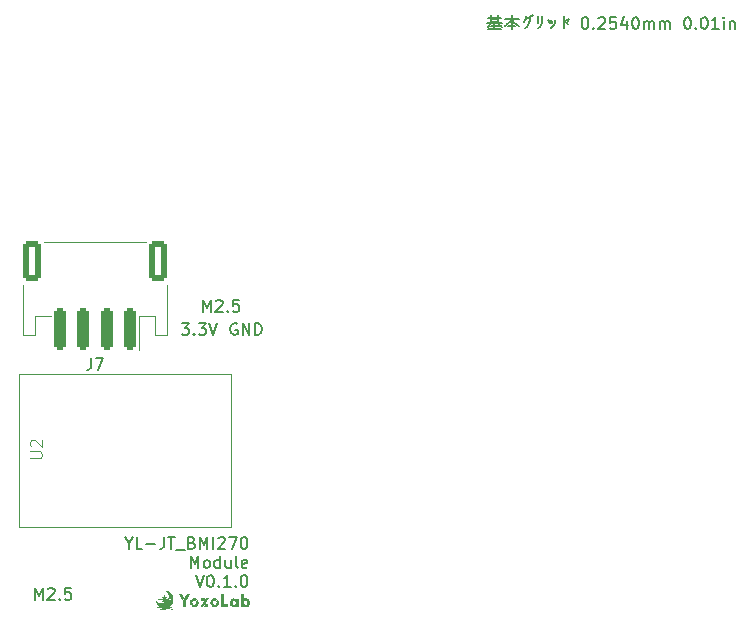
<source format=gbr>
%TF.GenerationSoftware,KiCad,Pcbnew,7.0.8*%
%TF.CreationDate,2024-11-10T19:24:17+09:00*%
%TF.ProjectId,LSM_Module_V0.1.0,4c534d5f-4d6f-4647-956c-655f56302e31,rev?*%
%TF.SameCoordinates,Original*%
%TF.FileFunction,Legend,Top*%
%TF.FilePolarity,Positive*%
%FSLAX46Y46*%
G04 Gerber Fmt 4.6, Leading zero omitted, Abs format (unit mm)*
G04 Created by KiCad (PCBNEW 7.0.8) date 2024-11-10 19:24:17*
%MOMM*%
%LPD*%
G01*
G04 APERTURE LIST*
G04 Aperture macros list*
%AMRoundRect*
0 Rectangle with rounded corners*
0 $1 Rounding radius*
0 $2 $3 $4 $5 $6 $7 $8 $9 X,Y pos of 4 corners*
0 Add a 4 corners polygon primitive as box body*
4,1,4,$2,$3,$4,$5,$6,$7,$8,$9,$2,$3,0*
0 Add four circle primitives for the rounded corners*
1,1,$1+$1,$2,$3*
1,1,$1+$1,$4,$5*
1,1,$1+$1,$6,$7*
1,1,$1+$1,$8,$9*
0 Add four rect primitives between the rounded corners*
20,1,$1+$1,$2,$3,$4,$5,0*
20,1,$1+$1,$4,$5,$6,$7,0*
20,1,$1+$1,$6,$7,$8,$9,0*
20,1,$1+$1,$8,$9,$2,$3,0*%
G04 Aperture macros list end*
%ADD10C,0.150000*%
%ADD11C,0.100000*%
%ADD12C,0.120000*%
%ADD13C,1.700000*%
%ADD14RoundRect,0.250000X0.250000X1.500000X-0.250000X1.500000X-0.250000X-1.500000X0.250000X-1.500000X0*%
%ADD15RoundRect,0.250001X0.499999X1.449999X-0.499999X1.449999X-0.499999X-1.449999X0.499999X-1.449999X0*%
%ADD16C,2.700000*%
%ADD17C,1.524000*%
G04 APERTURE END LIST*
D10*
X10491220Y-26145628D02*
X10491220Y-26621819D01*
X10157887Y-25621819D02*
X10491220Y-26145628D01*
X10491220Y-26145628D02*
X10824553Y-25621819D01*
X11634077Y-26621819D02*
X11157887Y-26621819D01*
X11157887Y-26621819D02*
X11157887Y-25621819D01*
X11967411Y-26240866D02*
X12729316Y-26240866D01*
X13491220Y-25621819D02*
X13491220Y-26336104D01*
X13491220Y-26336104D02*
X13443601Y-26478961D01*
X13443601Y-26478961D02*
X13348363Y-26574200D01*
X13348363Y-26574200D02*
X13205506Y-26621819D01*
X13205506Y-26621819D02*
X13110268Y-26621819D01*
X13824554Y-25621819D02*
X14395982Y-25621819D01*
X14110268Y-26621819D02*
X14110268Y-25621819D01*
X14491221Y-26717057D02*
X15253125Y-26717057D01*
X15824554Y-26098009D02*
X15967411Y-26145628D01*
X15967411Y-26145628D02*
X16015030Y-26193247D01*
X16015030Y-26193247D02*
X16062649Y-26288485D01*
X16062649Y-26288485D02*
X16062649Y-26431342D01*
X16062649Y-26431342D02*
X16015030Y-26526580D01*
X16015030Y-26526580D02*
X15967411Y-26574200D01*
X15967411Y-26574200D02*
X15872173Y-26621819D01*
X15872173Y-26621819D02*
X15491221Y-26621819D01*
X15491221Y-26621819D02*
X15491221Y-25621819D01*
X15491221Y-25621819D02*
X15824554Y-25621819D01*
X15824554Y-25621819D02*
X15919792Y-25669438D01*
X15919792Y-25669438D02*
X15967411Y-25717057D01*
X15967411Y-25717057D02*
X16015030Y-25812295D01*
X16015030Y-25812295D02*
X16015030Y-25907533D01*
X16015030Y-25907533D02*
X15967411Y-26002771D01*
X15967411Y-26002771D02*
X15919792Y-26050390D01*
X15919792Y-26050390D02*
X15824554Y-26098009D01*
X15824554Y-26098009D02*
X15491221Y-26098009D01*
X16491221Y-26621819D02*
X16491221Y-25621819D01*
X16491221Y-25621819D02*
X16824554Y-26336104D01*
X16824554Y-26336104D02*
X17157887Y-25621819D01*
X17157887Y-25621819D02*
X17157887Y-26621819D01*
X17634078Y-26621819D02*
X17634078Y-25621819D01*
X18062649Y-25717057D02*
X18110268Y-25669438D01*
X18110268Y-25669438D02*
X18205506Y-25621819D01*
X18205506Y-25621819D02*
X18443601Y-25621819D01*
X18443601Y-25621819D02*
X18538839Y-25669438D01*
X18538839Y-25669438D02*
X18586458Y-25717057D01*
X18586458Y-25717057D02*
X18634077Y-25812295D01*
X18634077Y-25812295D02*
X18634077Y-25907533D01*
X18634077Y-25907533D02*
X18586458Y-26050390D01*
X18586458Y-26050390D02*
X18015030Y-26621819D01*
X18015030Y-26621819D02*
X18634077Y-26621819D01*
X18967411Y-25621819D02*
X19634077Y-25621819D01*
X19634077Y-25621819D02*
X19205506Y-26621819D01*
X20205506Y-25621819D02*
X20300744Y-25621819D01*
X20300744Y-25621819D02*
X20395982Y-25669438D01*
X20395982Y-25669438D02*
X20443601Y-25717057D01*
X20443601Y-25717057D02*
X20491220Y-25812295D01*
X20491220Y-25812295D02*
X20538839Y-26002771D01*
X20538839Y-26002771D02*
X20538839Y-26240866D01*
X20538839Y-26240866D02*
X20491220Y-26431342D01*
X20491220Y-26431342D02*
X20443601Y-26526580D01*
X20443601Y-26526580D02*
X20395982Y-26574200D01*
X20395982Y-26574200D02*
X20300744Y-26621819D01*
X20300744Y-26621819D02*
X20205506Y-26621819D01*
X20205506Y-26621819D02*
X20110268Y-26574200D01*
X20110268Y-26574200D02*
X20062649Y-26526580D01*
X20062649Y-26526580D02*
X20015030Y-26431342D01*
X20015030Y-26431342D02*
X19967411Y-26240866D01*
X19967411Y-26240866D02*
X19967411Y-26002771D01*
X19967411Y-26002771D02*
X20015030Y-25812295D01*
X20015030Y-25812295D02*
X20062649Y-25717057D01*
X20062649Y-25717057D02*
X20110268Y-25669438D01*
X20110268Y-25669438D02*
X20205506Y-25621819D01*
X15729315Y-28231819D02*
X15729315Y-27231819D01*
X15729315Y-27231819D02*
X16062648Y-27946104D01*
X16062648Y-27946104D02*
X16395981Y-27231819D01*
X16395981Y-27231819D02*
X16395981Y-28231819D01*
X17015029Y-28231819D02*
X16919791Y-28184200D01*
X16919791Y-28184200D02*
X16872172Y-28136580D01*
X16872172Y-28136580D02*
X16824553Y-28041342D01*
X16824553Y-28041342D02*
X16824553Y-27755628D01*
X16824553Y-27755628D02*
X16872172Y-27660390D01*
X16872172Y-27660390D02*
X16919791Y-27612771D01*
X16919791Y-27612771D02*
X17015029Y-27565152D01*
X17015029Y-27565152D02*
X17157886Y-27565152D01*
X17157886Y-27565152D02*
X17253124Y-27612771D01*
X17253124Y-27612771D02*
X17300743Y-27660390D01*
X17300743Y-27660390D02*
X17348362Y-27755628D01*
X17348362Y-27755628D02*
X17348362Y-28041342D01*
X17348362Y-28041342D02*
X17300743Y-28136580D01*
X17300743Y-28136580D02*
X17253124Y-28184200D01*
X17253124Y-28184200D02*
X17157886Y-28231819D01*
X17157886Y-28231819D02*
X17015029Y-28231819D01*
X18205505Y-28231819D02*
X18205505Y-27231819D01*
X18205505Y-28184200D02*
X18110267Y-28231819D01*
X18110267Y-28231819D02*
X17919791Y-28231819D01*
X17919791Y-28231819D02*
X17824553Y-28184200D01*
X17824553Y-28184200D02*
X17776934Y-28136580D01*
X17776934Y-28136580D02*
X17729315Y-28041342D01*
X17729315Y-28041342D02*
X17729315Y-27755628D01*
X17729315Y-27755628D02*
X17776934Y-27660390D01*
X17776934Y-27660390D02*
X17824553Y-27612771D01*
X17824553Y-27612771D02*
X17919791Y-27565152D01*
X17919791Y-27565152D02*
X18110267Y-27565152D01*
X18110267Y-27565152D02*
X18205505Y-27612771D01*
X19110267Y-27565152D02*
X19110267Y-28231819D01*
X18681696Y-27565152D02*
X18681696Y-28088961D01*
X18681696Y-28088961D02*
X18729315Y-28184200D01*
X18729315Y-28184200D02*
X18824553Y-28231819D01*
X18824553Y-28231819D02*
X18967410Y-28231819D01*
X18967410Y-28231819D02*
X19062648Y-28184200D01*
X19062648Y-28184200D02*
X19110267Y-28136580D01*
X19729315Y-28231819D02*
X19634077Y-28184200D01*
X19634077Y-28184200D02*
X19586458Y-28088961D01*
X19586458Y-28088961D02*
X19586458Y-27231819D01*
X20491220Y-28184200D02*
X20395982Y-28231819D01*
X20395982Y-28231819D02*
X20205506Y-28231819D01*
X20205506Y-28231819D02*
X20110268Y-28184200D01*
X20110268Y-28184200D02*
X20062649Y-28088961D01*
X20062649Y-28088961D02*
X20062649Y-27708009D01*
X20062649Y-27708009D02*
X20110268Y-27612771D01*
X20110268Y-27612771D02*
X20205506Y-27565152D01*
X20205506Y-27565152D02*
X20395982Y-27565152D01*
X20395982Y-27565152D02*
X20491220Y-27612771D01*
X20491220Y-27612771D02*
X20538839Y-27708009D01*
X20538839Y-27708009D02*
X20538839Y-27803247D01*
X20538839Y-27803247D02*
X20062649Y-27898485D01*
X16157888Y-28841819D02*
X16491221Y-29841819D01*
X16491221Y-29841819D02*
X16824554Y-28841819D01*
X17348364Y-28841819D02*
X17443602Y-28841819D01*
X17443602Y-28841819D02*
X17538840Y-28889438D01*
X17538840Y-28889438D02*
X17586459Y-28937057D01*
X17586459Y-28937057D02*
X17634078Y-29032295D01*
X17634078Y-29032295D02*
X17681697Y-29222771D01*
X17681697Y-29222771D02*
X17681697Y-29460866D01*
X17681697Y-29460866D02*
X17634078Y-29651342D01*
X17634078Y-29651342D02*
X17586459Y-29746580D01*
X17586459Y-29746580D02*
X17538840Y-29794200D01*
X17538840Y-29794200D02*
X17443602Y-29841819D01*
X17443602Y-29841819D02*
X17348364Y-29841819D01*
X17348364Y-29841819D02*
X17253126Y-29794200D01*
X17253126Y-29794200D02*
X17205507Y-29746580D01*
X17205507Y-29746580D02*
X17157888Y-29651342D01*
X17157888Y-29651342D02*
X17110269Y-29460866D01*
X17110269Y-29460866D02*
X17110269Y-29222771D01*
X17110269Y-29222771D02*
X17157888Y-29032295D01*
X17157888Y-29032295D02*
X17205507Y-28937057D01*
X17205507Y-28937057D02*
X17253126Y-28889438D01*
X17253126Y-28889438D02*
X17348364Y-28841819D01*
X18110269Y-29746580D02*
X18157888Y-29794200D01*
X18157888Y-29794200D02*
X18110269Y-29841819D01*
X18110269Y-29841819D02*
X18062650Y-29794200D01*
X18062650Y-29794200D02*
X18110269Y-29746580D01*
X18110269Y-29746580D02*
X18110269Y-29841819D01*
X19110268Y-29841819D02*
X18538840Y-29841819D01*
X18824554Y-29841819D02*
X18824554Y-28841819D01*
X18824554Y-28841819D02*
X18729316Y-28984676D01*
X18729316Y-28984676D02*
X18634078Y-29079914D01*
X18634078Y-29079914D02*
X18538840Y-29127533D01*
X19538840Y-29746580D02*
X19586459Y-29794200D01*
X19586459Y-29794200D02*
X19538840Y-29841819D01*
X19538840Y-29841819D02*
X19491221Y-29794200D01*
X19491221Y-29794200D02*
X19538840Y-29746580D01*
X19538840Y-29746580D02*
X19538840Y-29841819D01*
X20205506Y-28841819D02*
X20300744Y-28841819D01*
X20300744Y-28841819D02*
X20395982Y-28889438D01*
X20395982Y-28889438D02*
X20443601Y-28937057D01*
X20443601Y-28937057D02*
X20491220Y-29032295D01*
X20491220Y-29032295D02*
X20538839Y-29222771D01*
X20538839Y-29222771D02*
X20538839Y-29460866D01*
X20538839Y-29460866D02*
X20491220Y-29651342D01*
X20491220Y-29651342D02*
X20443601Y-29746580D01*
X20443601Y-29746580D02*
X20395982Y-29794200D01*
X20395982Y-29794200D02*
X20300744Y-29841819D01*
X20300744Y-29841819D02*
X20205506Y-29841819D01*
X20205506Y-29841819D02*
X20110268Y-29794200D01*
X20110268Y-29794200D02*
X20062649Y-29746580D01*
X20062649Y-29746580D02*
X20015030Y-29651342D01*
X20015030Y-29651342D02*
X19967411Y-29460866D01*
X19967411Y-29460866D02*
X19967411Y-29222771D01*
X19967411Y-29222771D02*
X20015030Y-29032295D01*
X20015030Y-29032295D02*
X20062649Y-28937057D01*
X20062649Y-28937057D02*
X20110268Y-28889438D01*
X20110268Y-28889438D02*
X20205506Y-28841819D01*
X40881541Y18354562D02*
X42024398Y18354562D01*
X41167255Y18211705D02*
X41786303Y18211705D01*
X41167255Y18021229D02*
X41786303Y18021229D01*
X40833922Y17878372D02*
X42072017Y17878372D01*
X41119636Y17640277D02*
X41786303Y17640277D01*
X40929160Y17402181D02*
X41976779Y17402181D01*
X41452969Y17783134D02*
X41452969Y17402181D01*
X41167255Y18545039D02*
X41167255Y17878372D01*
X41167255Y17878372D02*
X40929160Y17592658D01*
X41786303Y18545039D02*
X41786303Y17878372D01*
X41786303Y17878372D02*
X41881541Y17687896D01*
X41881541Y17687896D02*
X42119636Y17592658D01*
X42357731Y18211705D02*
X43500588Y18211705D01*
X42643445Y17640277D02*
X43214874Y17640277D01*
X42929159Y18545039D02*
X42929159Y17402181D01*
X42929159Y18211705D02*
X42833921Y18068848D01*
X42833921Y18068848D02*
X42452969Y17687896D01*
X42452969Y17687896D02*
X42310112Y17640277D01*
X42929159Y18211705D02*
X43024397Y18021229D01*
X43024397Y18021229D02*
X43357731Y17735515D01*
X43357731Y17735515D02*
X43548207Y17640277D01*
X44167254Y18497420D02*
X44119635Y18259324D01*
X44119635Y18259324D02*
X44024397Y18116467D01*
X44024397Y18116467D02*
X43929159Y17973610D01*
X44167254Y18354562D02*
X44500587Y18354562D01*
X44500587Y18354562D02*
X44452968Y18116467D01*
X44452968Y18116467D02*
X44405349Y17925991D01*
X44405349Y17925991D02*
X44310111Y17735515D01*
X44310111Y17735515D02*
X44214873Y17592658D01*
X44214873Y17592658D02*
X44024397Y17449800D01*
X44452968Y18497420D02*
X44548206Y18402181D01*
X44595825Y18545039D02*
X44691064Y18449800D01*
X45119635Y18449800D02*
X45119635Y17925991D01*
X45452968Y18449800D02*
X45452968Y18068848D01*
X45452968Y18068848D02*
X45452968Y17878372D01*
X45452968Y17878372D02*
X45357730Y17687896D01*
X45357730Y17687896D02*
X45310111Y17592658D01*
X45310111Y17592658D02*
X45167254Y17449800D01*
X46024397Y18116467D02*
X46119635Y17878372D01*
X46262492Y18164086D02*
X46310111Y17925991D01*
X46548206Y18116467D02*
X46548206Y17878372D01*
X46548206Y17878372D02*
X46500587Y17735515D01*
X46500587Y17735515D02*
X46357730Y17592658D01*
X46357730Y17592658D02*
X46214873Y17497420D01*
X47548206Y18164086D02*
X47643444Y18068848D01*
X47691063Y18211705D02*
X47786301Y18116467D01*
X47357730Y18497420D02*
X47357730Y17449800D01*
X47357730Y18068848D02*
X47643444Y17830753D01*
X49072016Y18402181D02*
X49167254Y18402181D01*
X49167254Y18402181D02*
X49262492Y18354562D01*
X49262492Y18354562D02*
X49310111Y18306943D01*
X49310111Y18306943D02*
X49357730Y18211705D01*
X49357730Y18211705D02*
X49405349Y18021229D01*
X49405349Y18021229D02*
X49405349Y17783134D01*
X49405349Y17783134D02*
X49357730Y17592658D01*
X49357730Y17592658D02*
X49310111Y17497420D01*
X49310111Y17497420D02*
X49262492Y17449800D01*
X49262492Y17449800D02*
X49167254Y17402181D01*
X49167254Y17402181D02*
X49072016Y17402181D01*
X49072016Y17402181D02*
X48976778Y17449800D01*
X48976778Y17449800D02*
X48929159Y17497420D01*
X48929159Y17497420D02*
X48881540Y17592658D01*
X48881540Y17592658D02*
X48833921Y17783134D01*
X48833921Y17783134D02*
X48833921Y18021229D01*
X48833921Y18021229D02*
X48881540Y18211705D01*
X48881540Y18211705D02*
X48929159Y18306943D01*
X48929159Y18306943D02*
X48976778Y18354562D01*
X48976778Y18354562D02*
X49072016Y18402181D01*
X49833921Y17497420D02*
X49881540Y17449800D01*
X49881540Y17449800D02*
X49833921Y17402181D01*
X49833921Y17402181D02*
X49786302Y17449800D01*
X49786302Y17449800D02*
X49833921Y17497420D01*
X49833921Y17497420D02*
X49833921Y17402181D01*
X50262492Y18306943D02*
X50310111Y18354562D01*
X50310111Y18354562D02*
X50405349Y18402181D01*
X50405349Y18402181D02*
X50643444Y18402181D01*
X50643444Y18402181D02*
X50738682Y18354562D01*
X50738682Y18354562D02*
X50786301Y18306943D01*
X50786301Y18306943D02*
X50833920Y18211705D01*
X50833920Y18211705D02*
X50833920Y18116467D01*
X50833920Y18116467D02*
X50786301Y17973610D01*
X50786301Y17973610D02*
X50214873Y17402181D01*
X50214873Y17402181D02*
X50833920Y17402181D01*
X51738682Y18402181D02*
X51262492Y18402181D01*
X51262492Y18402181D02*
X51214873Y17925991D01*
X51214873Y17925991D02*
X51262492Y17973610D01*
X51262492Y17973610D02*
X51357730Y18021229D01*
X51357730Y18021229D02*
X51595825Y18021229D01*
X51595825Y18021229D02*
X51691063Y17973610D01*
X51691063Y17973610D02*
X51738682Y17925991D01*
X51738682Y17925991D02*
X51786301Y17830753D01*
X51786301Y17830753D02*
X51786301Y17592658D01*
X51786301Y17592658D02*
X51738682Y17497420D01*
X51738682Y17497420D02*
X51691063Y17449800D01*
X51691063Y17449800D02*
X51595825Y17402181D01*
X51595825Y17402181D02*
X51357730Y17402181D01*
X51357730Y17402181D02*
X51262492Y17449800D01*
X51262492Y17449800D02*
X51214873Y17497420D01*
X52643444Y18068848D02*
X52643444Y17402181D01*
X52405349Y18449800D02*
X52167254Y17735515D01*
X52167254Y17735515D02*
X52786301Y17735515D01*
X53357730Y18402181D02*
X53452968Y18402181D01*
X53452968Y18402181D02*
X53548206Y18354562D01*
X53548206Y18354562D02*
X53595825Y18306943D01*
X53595825Y18306943D02*
X53643444Y18211705D01*
X53643444Y18211705D02*
X53691063Y18021229D01*
X53691063Y18021229D02*
X53691063Y17783134D01*
X53691063Y17783134D02*
X53643444Y17592658D01*
X53643444Y17592658D02*
X53595825Y17497420D01*
X53595825Y17497420D02*
X53548206Y17449800D01*
X53548206Y17449800D02*
X53452968Y17402181D01*
X53452968Y17402181D02*
X53357730Y17402181D01*
X53357730Y17402181D02*
X53262492Y17449800D01*
X53262492Y17449800D02*
X53214873Y17497420D01*
X53214873Y17497420D02*
X53167254Y17592658D01*
X53167254Y17592658D02*
X53119635Y17783134D01*
X53119635Y17783134D02*
X53119635Y18021229D01*
X53119635Y18021229D02*
X53167254Y18211705D01*
X53167254Y18211705D02*
X53214873Y18306943D01*
X53214873Y18306943D02*
X53262492Y18354562D01*
X53262492Y18354562D02*
X53357730Y18402181D01*
X54119635Y17402181D02*
X54119635Y18068848D01*
X54119635Y17973610D02*
X54167254Y18021229D01*
X54167254Y18021229D02*
X54262492Y18068848D01*
X54262492Y18068848D02*
X54405349Y18068848D01*
X54405349Y18068848D02*
X54500587Y18021229D01*
X54500587Y18021229D02*
X54548206Y17925991D01*
X54548206Y17925991D02*
X54548206Y17402181D01*
X54548206Y17925991D02*
X54595825Y18021229D01*
X54595825Y18021229D02*
X54691063Y18068848D01*
X54691063Y18068848D02*
X54833920Y18068848D01*
X54833920Y18068848D02*
X54929159Y18021229D01*
X54929159Y18021229D02*
X54976778Y17925991D01*
X54976778Y17925991D02*
X54976778Y17402181D01*
X55452968Y17402181D02*
X55452968Y18068848D01*
X55452968Y17973610D02*
X55500587Y18021229D01*
X55500587Y18021229D02*
X55595825Y18068848D01*
X55595825Y18068848D02*
X55738682Y18068848D01*
X55738682Y18068848D02*
X55833920Y18021229D01*
X55833920Y18021229D02*
X55881539Y17925991D01*
X55881539Y17925991D02*
X55881539Y17402181D01*
X55881539Y17925991D02*
X55929158Y18021229D01*
X55929158Y18021229D02*
X56024396Y18068848D01*
X56024396Y18068848D02*
X56167253Y18068848D01*
X56167253Y18068848D02*
X56262492Y18021229D01*
X56262492Y18021229D02*
X56310111Y17925991D01*
X56310111Y17925991D02*
X56310111Y17402181D01*
X57738682Y18402181D02*
X57833920Y18402181D01*
X57833920Y18402181D02*
X57929158Y18354562D01*
X57929158Y18354562D02*
X57976777Y18306943D01*
X57976777Y18306943D02*
X58024396Y18211705D01*
X58024396Y18211705D02*
X58072015Y18021229D01*
X58072015Y18021229D02*
X58072015Y17783134D01*
X58072015Y17783134D02*
X58024396Y17592658D01*
X58024396Y17592658D02*
X57976777Y17497420D01*
X57976777Y17497420D02*
X57929158Y17449800D01*
X57929158Y17449800D02*
X57833920Y17402181D01*
X57833920Y17402181D02*
X57738682Y17402181D01*
X57738682Y17402181D02*
X57643444Y17449800D01*
X57643444Y17449800D02*
X57595825Y17497420D01*
X57595825Y17497420D02*
X57548206Y17592658D01*
X57548206Y17592658D02*
X57500587Y17783134D01*
X57500587Y17783134D02*
X57500587Y18021229D01*
X57500587Y18021229D02*
X57548206Y18211705D01*
X57548206Y18211705D02*
X57595825Y18306943D01*
X57595825Y18306943D02*
X57643444Y18354562D01*
X57643444Y18354562D02*
X57738682Y18402181D01*
X58500587Y17497420D02*
X58548206Y17449800D01*
X58548206Y17449800D02*
X58500587Y17402181D01*
X58500587Y17402181D02*
X58452968Y17449800D01*
X58452968Y17449800D02*
X58500587Y17497420D01*
X58500587Y17497420D02*
X58500587Y17402181D01*
X59167253Y18402181D02*
X59262491Y18402181D01*
X59262491Y18402181D02*
X59357729Y18354562D01*
X59357729Y18354562D02*
X59405348Y18306943D01*
X59405348Y18306943D02*
X59452967Y18211705D01*
X59452967Y18211705D02*
X59500586Y18021229D01*
X59500586Y18021229D02*
X59500586Y17783134D01*
X59500586Y17783134D02*
X59452967Y17592658D01*
X59452967Y17592658D02*
X59405348Y17497420D01*
X59405348Y17497420D02*
X59357729Y17449800D01*
X59357729Y17449800D02*
X59262491Y17402181D01*
X59262491Y17402181D02*
X59167253Y17402181D01*
X59167253Y17402181D02*
X59072015Y17449800D01*
X59072015Y17449800D02*
X59024396Y17497420D01*
X59024396Y17497420D02*
X58976777Y17592658D01*
X58976777Y17592658D02*
X58929158Y17783134D01*
X58929158Y17783134D02*
X58929158Y18021229D01*
X58929158Y18021229D02*
X58976777Y18211705D01*
X58976777Y18211705D02*
X59024396Y18306943D01*
X59024396Y18306943D02*
X59072015Y18354562D01*
X59072015Y18354562D02*
X59167253Y18402181D01*
X60452967Y17402181D02*
X59881539Y17402181D01*
X60167253Y17402181D02*
X60167253Y18402181D01*
X60167253Y18402181D02*
X60072015Y18259324D01*
X60072015Y18259324D02*
X59976777Y18164086D01*
X59976777Y18164086D02*
X59881539Y18116467D01*
X60881539Y17402181D02*
X60881539Y18068848D01*
X60881539Y18402181D02*
X60833920Y18354562D01*
X60833920Y18354562D02*
X60881539Y18306943D01*
X60881539Y18306943D02*
X60929158Y18354562D01*
X60929158Y18354562D02*
X60881539Y18402181D01*
X60881539Y18402181D02*
X60881539Y18306943D01*
X61357729Y18068848D02*
X61357729Y17402181D01*
X61357729Y17973610D02*
X61405348Y18021229D01*
X61405348Y18021229D02*
X61500586Y18068848D01*
X61500586Y18068848D02*
X61643443Y18068848D01*
X61643443Y18068848D02*
X61738681Y18021229D01*
X61738681Y18021229D02*
X61786300Y17925991D01*
X61786300Y17925991D02*
X61786300Y17402181D01*
X14973541Y-7505819D02*
X15592588Y-7505819D01*
X15592588Y-7505819D02*
X15259255Y-7886771D01*
X15259255Y-7886771D02*
X15402112Y-7886771D01*
X15402112Y-7886771D02*
X15497350Y-7934390D01*
X15497350Y-7934390D02*
X15544969Y-7982009D01*
X15544969Y-7982009D02*
X15592588Y-8077247D01*
X15592588Y-8077247D02*
X15592588Y-8315342D01*
X15592588Y-8315342D02*
X15544969Y-8410580D01*
X15544969Y-8410580D02*
X15497350Y-8458200D01*
X15497350Y-8458200D02*
X15402112Y-8505819D01*
X15402112Y-8505819D02*
X15116398Y-8505819D01*
X15116398Y-8505819D02*
X15021160Y-8458200D01*
X15021160Y-8458200D02*
X14973541Y-8410580D01*
X16021160Y-8410580D02*
X16068779Y-8458200D01*
X16068779Y-8458200D02*
X16021160Y-8505819D01*
X16021160Y-8505819D02*
X15973541Y-8458200D01*
X15973541Y-8458200D02*
X16021160Y-8410580D01*
X16021160Y-8410580D02*
X16021160Y-8505819D01*
X16402112Y-7505819D02*
X17021159Y-7505819D01*
X17021159Y-7505819D02*
X16687826Y-7886771D01*
X16687826Y-7886771D02*
X16830683Y-7886771D01*
X16830683Y-7886771D02*
X16925921Y-7934390D01*
X16925921Y-7934390D02*
X16973540Y-7982009D01*
X16973540Y-7982009D02*
X17021159Y-8077247D01*
X17021159Y-8077247D02*
X17021159Y-8315342D01*
X17021159Y-8315342D02*
X16973540Y-8410580D01*
X16973540Y-8410580D02*
X16925921Y-8458200D01*
X16925921Y-8458200D02*
X16830683Y-8505819D01*
X16830683Y-8505819D02*
X16544969Y-8505819D01*
X16544969Y-8505819D02*
X16449731Y-8458200D01*
X16449731Y-8458200D02*
X16402112Y-8410580D01*
X17306874Y-7505819D02*
X17640207Y-8505819D01*
X17640207Y-8505819D02*
X17973540Y-7505819D01*
X19656588Y-7553438D02*
X19561350Y-7505819D01*
X19561350Y-7505819D02*
X19418493Y-7505819D01*
X19418493Y-7505819D02*
X19275636Y-7553438D01*
X19275636Y-7553438D02*
X19180398Y-7648676D01*
X19180398Y-7648676D02*
X19132779Y-7743914D01*
X19132779Y-7743914D02*
X19085160Y-7934390D01*
X19085160Y-7934390D02*
X19085160Y-8077247D01*
X19085160Y-8077247D02*
X19132779Y-8267723D01*
X19132779Y-8267723D02*
X19180398Y-8362961D01*
X19180398Y-8362961D02*
X19275636Y-8458200D01*
X19275636Y-8458200D02*
X19418493Y-8505819D01*
X19418493Y-8505819D02*
X19513731Y-8505819D01*
X19513731Y-8505819D02*
X19656588Y-8458200D01*
X19656588Y-8458200D02*
X19704207Y-8410580D01*
X19704207Y-8410580D02*
X19704207Y-8077247D01*
X19704207Y-8077247D02*
X19513731Y-8077247D01*
X20132779Y-8505819D02*
X20132779Y-7505819D01*
X20132779Y-7505819D02*
X20704207Y-8505819D01*
X20704207Y-8505819D02*
X20704207Y-7505819D01*
X21180398Y-8505819D02*
X21180398Y-7505819D01*
X21180398Y-7505819D02*
X21418493Y-7505819D01*
X21418493Y-7505819D02*
X21561350Y-7553438D01*
X21561350Y-7553438D02*
X21656588Y-7648676D01*
X21656588Y-7648676D02*
X21704207Y-7743914D01*
X21704207Y-7743914D02*
X21751826Y-7934390D01*
X21751826Y-7934390D02*
X21751826Y-8077247D01*
X21751826Y-8077247D02*
X21704207Y-8267723D01*
X21704207Y-8267723D02*
X21656588Y-8362961D01*
X21656588Y-8362961D02*
X21561350Y-8458200D01*
X21561350Y-8458200D02*
X21418493Y-8505819D01*
X21418493Y-8505819D02*
X21180398Y-8505819D01*
X7302666Y-10440819D02*
X7302666Y-11155104D01*
X7302666Y-11155104D02*
X7255047Y-11297961D01*
X7255047Y-11297961D02*
X7159809Y-11393200D01*
X7159809Y-11393200D02*
X7016952Y-11440819D01*
X7016952Y-11440819D02*
X6921714Y-11440819D01*
X7683619Y-10440819D02*
X8350285Y-10440819D01*
X8350285Y-10440819D02*
X7921714Y-11440819D01*
X2540191Y-30934819D02*
X2540191Y-29934819D01*
X2540191Y-29934819D02*
X2873524Y-30649104D01*
X2873524Y-30649104D02*
X3206857Y-29934819D01*
X3206857Y-29934819D02*
X3206857Y-30934819D01*
X3635429Y-30030057D02*
X3683048Y-29982438D01*
X3683048Y-29982438D02*
X3778286Y-29934819D01*
X3778286Y-29934819D02*
X4016381Y-29934819D01*
X4016381Y-29934819D02*
X4111619Y-29982438D01*
X4111619Y-29982438D02*
X4159238Y-30030057D01*
X4159238Y-30030057D02*
X4206857Y-30125295D01*
X4206857Y-30125295D02*
X4206857Y-30220533D01*
X4206857Y-30220533D02*
X4159238Y-30363390D01*
X4159238Y-30363390D02*
X3587810Y-30934819D01*
X3587810Y-30934819D02*
X4206857Y-30934819D01*
X4635429Y-30839580D02*
X4683048Y-30887200D01*
X4683048Y-30887200D02*
X4635429Y-30934819D01*
X4635429Y-30934819D02*
X4587810Y-30887200D01*
X4587810Y-30887200D02*
X4635429Y-30839580D01*
X4635429Y-30839580D02*
X4635429Y-30934819D01*
X5587809Y-29934819D02*
X5111619Y-29934819D01*
X5111619Y-29934819D02*
X5064000Y-30411009D01*
X5064000Y-30411009D02*
X5111619Y-30363390D01*
X5111619Y-30363390D02*
X5206857Y-30315771D01*
X5206857Y-30315771D02*
X5444952Y-30315771D01*
X5444952Y-30315771D02*
X5540190Y-30363390D01*
X5540190Y-30363390D02*
X5587809Y-30411009D01*
X5587809Y-30411009D02*
X5635428Y-30506247D01*
X5635428Y-30506247D02*
X5635428Y-30744342D01*
X5635428Y-30744342D02*
X5587809Y-30839580D01*
X5587809Y-30839580D02*
X5540190Y-30887200D01*
X5540190Y-30887200D02*
X5444952Y-30934819D01*
X5444952Y-30934819D02*
X5206857Y-30934819D01*
X5206857Y-30934819D02*
X5111619Y-30887200D01*
X5111619Y-30887200D02*
X5064000Y-30839580D01*
X16764191Y-6550819D02*
X16764191Y-5550819D01*
X16764191Y-5550819D02*
X17097524Y-6265104D01*
X17097524Y-6265104D02*
X17430857Y-5550819D01*
X17430857Y-5550819D02*
X17430857Y-6550819D01*
X17859429Y-5646057D02*
X17907048Y-5598438D01*
X17907048Y-5598438D02*
X18002286Y-5550819D01*
X18002286Y-5550819D02*
X18240381Y-5550819D01*
X18240381Y-5550819D02*
X18335619Y-5598438D01*
X18335619Y-5598438D02*
X18383238Y-5646057D01*
X18383238Y-5646057D02*
X18430857Y-5741295D01*
X18430857Y-5741295D02*
X18430857Y-5836533D01*
X18430857Y-5836533D02*
X18383238Y-5979390D01*
X18383238Y-5979390D02*
X17811810Y-6550819D01*
X17811810Y-6550819D02*
X18430857Y-6550819D01*
X18859429Y-6455580D02*
X18907048Y-6503200D01*
X18907048Y-6503200D02*
X18859429Y-6550819D01*
X18859429Y-6550819D02*
X18811810Y-6503200D01*
X18811810Y-6503200D02*
X18859429Y-6455580D01*
X18859429Y-6455580D02*
X18859429Y-6550819D01*
X19811809Y-5550819D02*
X19335619Y-5550819D01*
X19335619Y-5550819D02*
X19288000Y-6027009D01*
X19288000Y-6027009D02*
X19335619Y-5979390D01*
X19335619Y-5979390D02*
X19430857Y-5931771D01*
X19430857Y-5931771D02*
X19668952Y-5931771D01*
X19668952Y-5931771D02*
X19764190Y-5979390D01*
X19764190Y-5979390D02*
X19811809Y-6027009D01*
X19811809Y-6027009D02*
X19859428Y-6122247D01*
X19859428Y-6122247D02*
X19859428Y-6360342D01*
X19859428Y-6360342D02*
X19811809Y-6455580D01*
X19811809Y-6455580D02*
X19764190Y-6503200D01*
X19764190Y-6503200D02*
X19668952Y-6550819D01*
X19668952Y-6550819D02*
X19430857Y-6550819D01*
X19430857Y-6550819D02*
X19335619Y-6503200D01*
X19335619Y-6503200D02*
X19288000Y-6455580D01*
D11*
X2141419Y-18945904D02*
X2950942Y-18945904D01*
X2950942Y-18945904D02*
X3046180Y-18898285D01*
X3046180Y-18898285D02*
X3093800Y-18850666D01*
X3093800Y-18850666D02*
X3141419Y-18755428D01*
X3141419Y-18755428D02*
X3141419Y-18564952D01*
X3141419Y-18564952D02*
X3093800Y-18469714D01*
X3093800Y-18469714D02*
X3046180Y-18422095D01*
X3046180Y-18422095D02*
X2950942Y-18374476D01*
X2950942Y-18374476D02*
X2141419Y-18374476D01*
X2236657Y-17945904D02*
X2189038Y-17898285D01*
X2189038Y-17898285D02*
X2141419Y-17803047D01*
X2141419Y-17803047D02*
X2141419Y-17564952D01*
X2141419Y-17564952D02*
X2189038Y-17469714D01*
X2189038Y-17469714D02*
X2236657Y-17422095D01*
X2236657Y-17422095D02*
X2331895Y-17374476D01*
X2331895Y-17374476D02*
X2427133Y-17374476D01*
X2427133Y-17374476D02*
X2569990Y-17422095D01*
X2569990Y-17422095D02*
X3141419Y-17993523D01*
X3141419Y-17993523D02*
X3141419Y-17374476D01*
D12*
%TO.C,J7*%
X13696000Y-8496000D02*
X12676000Y-8496000D01*
X13696000Y-4246000D02*
X13696000Y-8496000D01*
X12676000Y-8496000D02*
X12676000Y-6896000D01*
X12676000Y-6896000D02*
X11396000Y-6896000D01*
X11976000Y-676000D02*
X3296000Y-676000D01*
X11396000Y-6896000D02*
X11396000Y-9786000D01*
X2596000Y-8496000D02*
X2596000Y-6896000D01*
X2596000Y-6896000D02*
X3876000Y-6896000D01*
X1576000Y-8496000D02*
X2596000Y-8496000D01*
X1576000Y-4246000D02*
X1576000Y-8496000D01*
%TO.C,G\u002A\u002A\u002A*%
G36*
X18577333Y-30871302D02*
G01*
X18577333Y-31294747D01*
X18734000Y-31294747D01*
X18890666Y-31294747D01*
X18890666Y-31411444D01*
X18890666Y-31528141D01*
X18617333Y-31528141D01*
X18344000Y-31528141D01*
X18344000Y-30988000D01*
X18344000Y-30447858D01*
X18460666Y-30447858D01*
X18577333Y-30447858D01*
X18577333Y-30871302D01*
G37*
G36*
X17210666Y-31431449D02*
G01*
X17210666Y-31528141D01*
X17013888Y-31528141D01*
X16817109Y-31528141D01*
X16871688Y-31453122D01*
X16893162Y-31423660D01*
X16913258Y-31396189D01*
X16929953Y-31373466D01*
X16941225Y-31358251D01*
X16942591Y-31356430D01*
X16958915Y-31334757D01*
X17084791Y-31334757D01*
X17210666Y-31334757D01*
X17210666Y-31431449D01*
G37*
G36*
X14180388Y-31711730D02*
G01*
X14200346Y-31723206D01*
X14211822Y-31743894D01*
X14215390Y-31762246D01*
X14216263Y-31783690D01*
X14211758Y-31798774D01*
X14203052Y-31810741D01*
X14183727Y-31824917D01*
X14158875Y-31832491D01*
X14134074Y-31832326D01*
X14120666Y-31827555D01*
X14101694Y-31812173D01*
X14092449Y-31791638D01*
X14090666Y-31771163D01*
X14095064Y-31741048D01*
X14108414Y-31720776D01*
X14130952Y-31710100D01*
X14150411Y-31708189D01*
X14180388Y-31711730D01*
G37*
G36*
X16858104Y-30821367D02*
G01*
X16903163Y-30821641D01*
X16937461Y-30822175D01*
X16962282Y-30823032D01*
X16978913Y-30824276D01*
X16988639Y-30825969D01*
X16992745Y-30828175D01*
X16992664Y-30830714D01*
X16987067Y-30839120D01*
X16975063Y-30856232D01*
X16958117Y-30879990D01*
X16937694Y-30908334D01*
X16924000Y-30927211D01*
X16860666Y-31014284D01*
X16732333Y-31014479D01*
X16604000Y-31014673D01*
X16604000Y-30917981D01*
X16604000Y-30821289D01*
X16800997Y-30821289D01*
X16858104Y-30821367D01*
G37*
G36*
X15659497Y-30479533D02*
G01*
X15652262Y-30491806D01*
X15638960Y-30514184D01*
X15620386Y-30545335D01*
X15597335Y-30583929D01*
X15570603Y-30628636D01*
X15540984Y-30678124D01*
X15509274Y-30731064D01*
X15485883Y-30770088D01*
X15330666Y-31028969D01*
X15330666Y-31278555D01*
X15330666Y-31528141D01*
X15217333Y-31528141D01*
X15104000Y-31528141D01*
X15104000Y-31275713D01*
X15104000Y-31023285D01*
X15278902Y-30735571D01*
X15453804Y-30447858D01*
X15565849Y-30447858D01*
X15677895Y-30447858D01*
X15659497Y-30479533D01*
G37*
G36*
X17197363Y-30821610D02*
G01*
X17227241Y-30822496D01*
X17249587Y-30823829D01*
X17262118Y-30825494D01*
X17264000Y-30826488D01*
X17260177Y-30832642D01*
X17249149Y-30848650D01*
X17231571Y-30873595D01*
X17208101Y-30906559D01*
X17179397Y-30946627D01*
X17146115Y-30992881D01*
X17108914Y-31044405D01*
X17068450Y-31100282D01*
X17025380Y-31159595D01*
X17011813Y-31178247D01*
X16759626Y-31524807D01*
X16654533Y-31526647D01*
X16619024Y-31526930D01*
X16588932Y-31526523D01*
X16566439Y-31525507D01*
X16553728Y-31523965D01*
X16551720Y-31522770D01*
X16555941Y-31516523D01*
X16567357Y-31500419D01*
X16585303Y-31475373D01*
X16609118Y-31442305D01*
X16638137Y-31402131D01*
X16671699Y-31355768D01*
X16709140Y-31304135D01*
X16749797Y-31248148D01*
X16793007Y-31188726D01*
X16807238Y-31169172D01*
X17060477Y-30821289D01*
X17162238Y-30821289D01*
X17197363Y-30821610D01*
G37*
G36*
X15109656Y-30604987D02*
G01*
X15203853Y-30762115D01*
X15146379Y-30856719D01*
X15126567Y-30889235D01*
X15108685Y-30918403D01*
X15094091Y-30942023D01*
X15084140Y-30957898D01*
X15080759Y-30963087D01*
X15078095Y-30964765D01*
X15073999Y-30962997D01*
X15067871Y-30956877D01*
X15059114Y-30945500D01*
X15047129Y-30927963D01*
X15031316Y-30903360D01*
X15011079Y-30870787D01*
X14985817Y-30829339D01*
X14954933Y-30778112D01*
X14921910Y-30723024D01*
X14890290Y-30670087D01*
X14860729Y-30620408D01*
X14833947Y-30575210D01*
X14810666Y-30535719D01*
X14791605Y-30503160D01*
X14777487Y-30478758D01*
X14769031Y-30463738D01*
X14766890Y-30459528D01*
X14766217Y-30455467D01*
X14768761Y-30452472D01*
X14776204Y-30450382D01*
X14790233Y-30449037D01*
X14812529Y-30448275D01*
X14844779Y-30447936D01*
X14888666Y-30447858D01*
X14889016Y-30447858D01*
X15015458Y-30447858D01*
X15109656Y-30604987D01*
G37*
G36*
X16081013Y-30809496D02*
G01*
X16145534Y-30820589D01*
X16206473Y-30843008D01*
X16218007Y-30848860D01*
X16242187Y-30861876D01*
X16258471Y-30872324D01*
X16266694Y-30882208D01*
X16266692Y-30893531D01*
X16258299Y-30908295D01*
X16241350Y-30928504D01*
X16215682Y-30956161D01*
X16208547Y-30963765D01*
X16140666Y-31036172D01*
X16108007Y-31018754D01*
X16068848Y-31004298D01*
X16030514Y-31001778D01*
X15994212Y-31009799D01*
X15961151Y-31026966D01*
X15932537Y-31051884D01*
X15909577Y-31083157D01*
X15893480Y-31119391D01*
X15885452Y-31159190D01*
X15886701Y-31201159D01*
X15898435Y-31243902D01*
X15903433Y-31255137D01*
X15915945Y-31281042D01*
X15859365Y-31342909D01*
X15836222Y-31368140D01*
X15815023Y-31391119D01*
X15798113Y-31409311D01*
X15787837Y-31420183D01*
X15787830Y-31420190D01*
X15772875Y-31435605D01*
X15756523Y-31413522D01*
X15722492Y-31361418D01*
X15699229Y-31310085D01*
X15685190Y-31255227D01*
X15679096Y-31197977D01*
X15680741Y-31124138D01*
X15693890Y-31056909D01*
X15718660Y-30995961D01*
X15755168Y-30940965D01*
X15780628Y-30912801D01*
X15830510Y-30872028D01*
X15887659Y-30840993D01*
X15949905Y-30820015D01*
X16015080Y-30809410D01*
X16081013Y-30809496D01*
G37*
G36*
X17856062Y-30816975D02*
G01*
X17919091Y-30837508D01*
X17927232Y-30841154D01*
X17950119Y-30852340D01*
X17969570Y-30862867D01*
X17980063Y-30869540D01*
X17985556Y-30874298D01*
X17988069Y-30879348D01*
X17986604Y-30886230D01*
X17980167Y-30896482D01*
X17967759Y-30911641D01*
X17948386Y-30933247D01*
X17921050Y-30962837D01*
X17916388Y-30967858D01*
X17858777Y-31029899D01*
X17829284Y-31015618D01*
X17789446Y-31002728D01*
X17750628Y-31001799D01*
X17714124Y-31011457D01*
X17681227Y-31030328D01*
X17653232Y-31057039D01*
X17631433Y-31090217D01*
X17617124Y-31128488D01*
X17611599Y-31170478D01*
X17616152Y-31214815D01*
X17621990Y-31235626D01*
X17634742Y-31273196D01*
X17565416Y-31347322D01*
X17541100Y-31373022D01*
X17519909Y-31394856D01*
X17503525Y-31411135D01*
X17493627Y-31420171D01*
X17491605Y-31421447D01*
X17485863Y-31416310D01*
X17475509Y-31402976D01*
X17465211Y-31387973D01*
X17450884Y-31363370D01*
X17435883Y-31333407D01*
X17425534Y-31309619D01*
X17418029Y-31289385D01*
X17412965Y-31271228D01*
X17409862Y-31251639D01*
X17408241Y-31227114D01*
X17407622Y-31194146D01*
X17407549Y-31178050D01*
X17409199Y-31122145D01*
X17415004Y-31075767D01*
X17425780Y-31035528D01*
X17442347Y-30998042D01*
X17457161Y-30972673D01*
X17496973Y-30921886D01*
X17545520Y-30879771D01*
X17600995Y-30846834D01*
X17661593Y-30823581D01*
X17725507Y-30810516D01*
X17790932Y-30808146D01*
X17856062Y-30816975D01*
G37*
G36*
X18033951Y-30919079D02*
G01*
X18045167Y-30930257D01*
X18050865Y-30936319D01*
X18068306Y-30959725D01*
X18086567Y-30991612D01*
X18103472Y-31027468D01*
X18116846Y-31062780D01*
X18123353Y-31086687D01*
X18128550Y-31125126D01*
X18130367Y-31169976D01*
X18128896Y-31215800D01*
X18124227Y-31257164D01*
X18120190Y-31276580D01*
X18097933Y-31338030D01*
X18065131Y-31394247D01*
X18023358Y-31443650D01*
X17974190Y-31484654D01*
X17919202Y-31515679D01*
X17863814Y-31534280D01*
X17833003Y-31538791D01*
X17793903Y-31540818D01*
X17751117Y-31540477D01*
X17709247Y-31537889D01*
X17672897Y-31533170D01*
X17654000Y-31528898D01*
X17605631Y-31511850D01*
X17565062Y-31490423D01*
X17545388Y-31476790D01*
X17523444Y-31460355D01*
X17548253Y-31432565D01*
X17564108Y-31415006D01*
X17585430Y-31391659D01*
X17608591Y-31366491D01*
X17618347Y-31355951D01*
X17663633Y-31307125D01*
X17685483Y-31323450D01*
X17722503Y-31343720D01*
X17761179Y-31351819D01*
X17799709Y-31348455D01*
X17836295Y-31334339D01*
X17869136Y-31310180D01*
X17896432Y-31276686D01*
X17916383Y-31234569D01*
X17917197Y-31232121D01*
X17922830Y-31200657D01*
X17922640Y-31163550D01*
X17917155Y-31126479D01*
X17906901Y-31095122D01*
X17903961Y-31089383D01*
X17888673Y-31062175D01*
X17957250Y-30988411D01*
X17981236Y-30962779D01*
X18001902Y-30941017D01*
X18017615Y-30924818D01*
X18026746Y-30915872D01*
X18028340Y-30914647D01*
X18033951Y-30919079D01*
G37*
G36*
X16326998Y-30938899D02*
G01*
X16344055Y-30962457D01*
X16361965Y-30994390D01*
X16378463Y-31030110D01*
X16391284Y-31065024D01*
X16394164Y-31074992D01*
X16400023Y-31107976D01*
X16403079Y-31149031D01*
X16403335Y-31193193D01*
X16400793Y-31235493D01*
X16395454Y-31270965D01*
X16394072Y-31276721D01*
X16370767Y-31340689D01*
X16335695Y-31398498D01*
X16298103Y-31441461D01*
X16254295Y-31479868D01*
X16210038Y-31507963D01*
X16162550Y-31526810D01*
X16109050Y-31537472D01*
X16046754Y-31541012D01*
X16037599Y-31541003D01*
X15984165Y-31538588D01*
X15940804Y-31532269D01*
X15927333Y-31528875D01*
X15897253Y-31518611D01*
X15868018Y-31506040D01*
X15842283Y-31492614D01*
X15822703Y-31479781D01*
X15811932Y-31468992D01*
X15810666Y-31465159D01*
X15814981Y-31458832D01*
X15826859Y-31444643D01*
X15844707Y-31424420D01*
X15866926Y-31399990D01*
X15878263Y-31387749D01*
X15945861Y-31315170D01*
X15963263Y-31327372D01*
X16000356Y-31345907D01*
X16039569Y-31352252D01*
X16078868Y-31346892D01*
X16116221Y-31330311D01*
X16149595Y-31302993D01*
X16169109Y-31278336D01*
X16186371Y-31241986D01*
X16195650Y-31199777D01*
X16196663Y-31156105D01*
X16189128Y-31115369D01*
X16180862Y-31095072D01*
X16176852Y-31087360D01*
X16174592Y-31080810D01*
X16175083Y-31073896D01*
X16179326Y-31065093D01*
X16188323Y-31052872D01*
X16203075Y-31035710D01*
X16224584Y-31012078D01*
X16253850Y-30980452D01*
X16261456Y-30972241D01*
X16310008Y-30919806D01*
X16326998Y-30938899D01*
G37*
G36*
X20237333Y-30675202D02*
G01*
X20237333Y-30915883D01*
X20272032Y-30884677D01*
X20322334Y-30847346D01*
X20375269Y-30822764D01*
X20429745Y-30810876D01*
X20484665Y-30811627D01*
X20538935Y-30824962D01*
X20591459Y-30850824D01*
X20641143Y-30889160D01*
X20656259Y-30904050D01*
X20698466Y-30957407D01*
X20730600Y-31018119D01*
X20752137Y-31084224D01*
X20762547Y-31153766D01*
X20761304Y-31224784D01*
X20754420Y-31268842D01*
X20737120Y-31324814D01*
X20710216Y-31379120D01*
X20675648Y-31429122D01*
X20635358Y-31472182D01*
X20591285Y-31505661D01*
X20572671Y-31515957D01*
X20526273Y-31532716D01*
X20475953Y-31540475D01*
X20426159Y-31538909D01*
X20386216Y-31529528D01*
X20358156Y-31517327D01*
X20330069Y-31500126D01*
X20299092Y-31475960D01*
X20269000Y-31449077D01*
X20237333Y-31419622D01*
X20237333Y-31473882D01*
X20237333Y-31528141D01*
X20134000Y-31528141D01*
X20030666Y-31528141D01*
X20030666Y-31193219D01*
X20244971Y-31193219D01*
X20251457Y-31235702D01*
X20267906Y-31274543D01*
X20272319Y-31281451D01*
X20299024Y-31312051D01*
X20330930Y-31334898D01*
X20364281Y-31347307D01*
X20364385Y-31347327D01*
X20385326Y-31350498D01*
X20403804Y-31350647D01*
X20425892Y-31347554D01*
X20440834Y-31344591D01*
X20459646Y-31336003D01*
X20481428Y-31319231D01*
X20502580Y-31297697D01*
X20519501Y-31274821D01*
X20524895Y-31264739D01*
X20534072Y-31232975D01*
X20537301Y-31194796D01*
X20534635Y-31155696D01*
X20526126Y-31121170D01*
X20523460Y-31114700D01*
X20499183Y-31074005D01*
X20468544Y-31044950D01*
X20431735Y-31027659D01*
X20388948Y-31022254D01*
X20379686Y-31022611D01*
X20350759Y-31026090D01*
X20328635Y-31033500D01*
X20309501Y-31045050D01*
X20280713Y-31073007D01*
X20260056Y-31108962D01*
X20247990Y-31150002D01*
X20244971Y-31193219D01*
X20030666Y-31193219D01*
X20030666Y-30981331D01*
X20030666Y-30434521D01*
X20134000Y-30434521D01*
X20237333Y-30434521D01*
X20237333Y-30675202D01*
G37*
G36*
X19402066Y-30813059D02*
G01*
X19454830Y-30829439D01*
X19505341Y-30858881D01*
X19533266Y-30881795D01*
X19551275Y-30897785D01*
X19565425Y-30909473D01*
X19572946Y-30914584D01*
X19573268Y-30914647D01*
X19575338Y-30908564D01*
X19576802Y-30892647D01*
X19577333Y-30871302D01*
X19577333Y-30827958D01*
X19680666Y-30827958D01*
X19784000Y-30827958D01*
X19784000Y-31178050D01*
X19784000Y-31528141D01*
X19680666Y-31528141D01*
X19577333Y-31528141D01*
X19577333Y-31471460D01*
X19576790Y-31445884D01*
X19575342Y-31426371D01*
X19573258Y-31415964D01*
X19572333Y-31415031D01*
X19565853Y-31420037D01*
X19554308Y-31432713D01*
X19544000Y-31445463D01*
X19509777Y-31481763D01*
X19469682Y-31511329D01*
X19428767Y-31530719D01*
X19392499Y-31538525D01*
X19349876Y-31540970D01*
X19306724Y-31538115D01*
X19268870Y-31530019D01*
X19265998Y-31529061D01*
X19214125Y-31504352D01*
X19168466Y-31469167D01*
X19129544Y-31425087D01*
X19097878Y-31373696D01*
X19073993Y-31316577D01*
X19058408Y-31255313D01*
X19051645Y-31191487D01*
X19051693Y-31190274D01*
X19277632Y-31190274D01*
X19279085Y-31224602D01*
X19284068Y-31252688D01*
X19284920Y-31255408D01*
X19303912Y-31293089D01*
X19331513Y-31321990D01*
X19365635Y-31341291D01*
X19404189Y-31350170D01*
X19445086Y-31347809D01*
X19485021Y-31334000D01*
X19517867Y-31310432D01*
X19543720Y-31277433D01*
X19561260Y-31237641D01*
X19569169Y-31193693D01*
X19568751Y-31166504D01*
X19559096Y-31123667D01*
X19539592Y-31086517D01*
X19512125Y-31056405D01*
X19478585Y-31034685D01*
X19440861Y-31022709D01*
X19400840Y-31021829D01*
X19374964Y-31027692D01*
X19353325Y-31039666D01*
X19329913Y-31060113D01*
X19308178Y-31085235D01*
X19291570Y-31111233D01*
X19285258Y-31126464D01*
X19279695Y-31155597D01*
X19277632Y-31190274D01*
X19051693Y-31190274D01*
X19054226Y-31126682D01*
X19066673Y-31062480D01*
X19089506Y-31000465D01*
X19090881Y-30997553D01*
X19113511Y-30959270D01*
X19144030Y-30920401D01*
X19179011Y-30884608D01*
X19215027Y-30855553D01*
X19235528Y-30842972D01*
X19291888Y-30819757D01*
X19347576Y-30809809D01*
X19402066Y-30813059D01*
G37*
G36*
X13638958Y-30151962D02*
G01*
X13663717Y-30156782D01*
X13692400Y-30163204D01*
X13722036Y-30170563D01*
X13749652Y-30178190D01*
X13772278Y-30185419D01*
X13772997Y-30185676D01*
X13866541Y-30226079D01*
X13952125Y-30276871D01*
X14029153Y-30337321D01*
X14097026Y-30406698D01*
X14155147Y-30484272D01*
X14202918Y-30569311D01*
X14239743Y-30661085D01*
X14265022Y-30758863D01*
X14271103Y-30794853D01*
X14277145Y-30873620D01*
X14273697Y-30957443D01*
X14261284Y-31042578D01*
X14240430Y-31125276D01*
X14215204Y-31193778D01*
X14180985Y-31260808D01*
X14137268Y-31327647D01*
X14086502Y-31391349D01*
X14031134Y-31448962D01*
X13973611Y-31497538D01*
X13948572Y-31515077D01*
X13903144Y-31544813D01*
X14030842Y-31548147D01*
X14075122Y-31549361D01*
X14108011Y-31550537D01*
X14131450Y-31551939D01*
X14147377Y-31553828D01*
X14157732Y-31556469D01*
X14164454Y-31560126D01*
X14169483Y-31565061D01*
X14171270Y-31567224D01*
X14182633Y-31589999D01*
X14180724Y-31613331D01*
X14173621Y-31626684D01*
X14168528Y-31632829D01*
X14161790Y-31636993D01*
X14150960Y-31639559D01*
X14133591Y-31640910D01*
X14107235Y-31641429D01*
X14079031Y-31641505D01*
X14044364Y-31641563D01*
X14021227Y-31641962D01*
X14007817Y-31643039D01*
X14002331Y-31645131D01*
X14002965Y-31648575D01*
X14007916Y-31653709D01*
X14008888Y-31654616D01*
X14021051Y-31669345D01*
X14027365Y-31681616D01*
X14026714Y-31699234D01*
X14016676Y-31717491D01*
X14000152Y-31731842D01*
X13993217Y-31735160D01*
X13982194Y-31736876D01*
X13959805Y-31738416D01*
X13928016Y-31739717D01*
X13888794Y-31740713D01*
X13844104Y-31741338D01*
X13800762Y-31741531D01*
X13625059Y-31741531D01*
X13620668Y-31761528D01*
X13617948Y-31772312D01*
X13614111Y-31780962D01*
X13607780Y-31787712D01*
X13597577Y-31792798D01*
X13582128Y-31796455D01*
X13560053Y-31798919D01*
X13529978Y-31800424D01*
X13490526Y-31801207D01*
X13440319Y-31801503D01*
X13386588Y-31801547D01*
X13328966Y-31801487D01*
X13283192Y-31801254D01*
X13247777Y-31800767D01*
X13221237Y-31799946D01*
X13202084Y-31798709D01*
X13188833Y-31796976D01*
X13179997Y-31794667D01*
X13174089Y-31791700D01*
X13171689Y-31789877D01*
X13156544Y-31769976D01*
X13154002Y-31747922D01*
X13164107Y-31726238D01*
X13171239Y-31717993D01*
X13178959Y-31712738D01*
X13190263Y-31709802D01*
X13208146Y-31708512D01*
X13235604Y-31708195D01*
X13244483Y-31708189D01*
X13310666Y-31708189D01*
X13310666Y-31690280D01*
X13315196Y-31672482D01*
X13325162Y-31656938D01*
X13339657Y-31641505D01*
X13118495Y-31641505D01*
X13058272Y-31641474D01*
X13009963Y-31641327D01*
X12972150Y-31640983D01*
X12943413Y-31640362D01*
X12922336Y-31639383D01*
X12907498Y-31637966D01*
X12897480Y-31636029D01*
X12890865Y-31633491D01*
X12886233Y-31630274D01*
X12884000Y-31628168D01*
X12872427Y-31608304D01*
X12873162Y-31585981D01*
X12883396Y-31567224D01*
X12888276Y-31561770D01*
X12894140Y-31557685D01*
X12902920Y-31554707D01*
X12916551Y-31552575D01*
X12936965Y-31551026D01*
X12966097Y-31549800D01*
X13005879Y-31548635D01*
X13024474Y-31548147D01*
X13152822Y-31544813D01*
X13105724Y-31513515D01*
X13033141Y-31457553D01*
X12967170Y-31391126D01*
X12909153Y-31316020D01*
X12860435Y-31234021D01*
X12822359Y-31146914D01*
X12815807Y-31128036D01*
X12807242Y-31099881D01*
X12799248Y-31069517D01*
X12792439Y-31039875D01*
X12787432Y-31013888D01*
X12784844Y-30994488D01*
X12785290Y-30984606D01*
X12785580Y-30984196D01*
X12790875Y-30987440D01*
X12801806Y-30998986D01*
X12816092Y-31016405D01*
X12817301Y-31017967D01*
X12870659Y-31076549D01*
X12934522Y-31128111D01*
X13007539Y-31171741D01*
X13088363Y-31206527D01*
X13104000Y-31211898D01*
X13126275Y-31218962D01*
X13145576Y-31224005D01*
X13164941Y-31227376D01*
X13187404Y-31229423D01*
X13216004Y-31230495D01*
X13253778Y-31230939D01*
X13270666Y-31231014D01*
X13318411Y-31230776D01*
X13355706Y-31229547D01*
X13385411Y-31227113D01*
X13410387Y-31223262D01*
X13427511Y-31219374D01*
X13451791Y-31212744D01*
X13471440Y-31206652D01*
X13482417Y-31202358D01*
X13482718Y-31202182D01*
X13485931Y-31197475D01*
X13487575Y-31187049D01*
X13487658Y-31169023D01*
X13487353Y-31163320D01*
X13568540Y-31163320D01*
X13607937Y-31136101D01*
X13630970Y-31119819D01*
X13652409Y-31104045D01*
X13666601Y-31093001D01*
X13685870Y-31077120D01*
X13638370Y-31042563D01*
X13616324Y-31027050D01*
X13598021Y-31015143D01*
X13586329Y-31008667D01*
X13584102Y-31008005D01*
X13579484Y-31013836D01*
X13577315Y-31028038D01*
X13577293Y-31029677D01*
X13576754Y-31046601D01*
X13575361Y-31071949D01*
X13573390Y-31100856D01*
X13572897Y-31107335D01*
X13568540Y-31163320D01*
X13487353Y-31163320D01*
X13486188Y-31141515D01*
X13483175Y-31102646D01*
X13483163Y-31102509D01*
X13479976Y-31068776D01*
X13476604Y-31040362D01*
X13473379Y-31019630D01*
X13470638Y-31008941D01*
X13469793Y-31008005D01*
X13462831Y-31011773D01*
X13447123Y-31022182D01*
X13424605Y-31037891D01*
X13397214Y-31057558D01*
X13378358Y-31071355D01*
X13349011Y-31092801D01*
X13323460Y-31111142D01*
X13303601Y-31125040D01*
X13291335Y-31133159D01*
X13288353Y-31134705D01*
X13290735Y-31129631D01*
X13299851Y-31115568D01*
X13314512Y-31094252D01*
X13333528Y-31067420D01*
X13351176Y-31043014D01*
X13418022Y-30951323D01*
X13411072Y-30950074D01*
X13639693Y-30950074D01*
X13642244Y-30956043D01*
X13650916Y-30969541D01*
X13663558Y-30987638D01*
X13678017Y-31007406D01*
X13692139Y-31025915D01*
X13703772Y-31040237D01*
X13710763Y-31047442D01*
X13711522Y-31047788D01*
X13717378Y-31043001D01*
X13728634Y-31030252D01*
X13742307Y-31013006D01*
X13766739Y-30979862D01*
X13782360Y-30956319D01*
X13789331Y-30942114D01*
X13789128Y-30937559D01*
X13781764Y-30936950D01*
X13764486Y-30937526D01*
X13740634Y-30939006D01*
X13713546Y-30941112D01*
X13686561Y-30943563D01*
X13663018Y-30946080D01*
X13646256Y-30948383D01*
X13639693Y-30950074D01*
X13411072Y-30950074D01*
X13392677Y-30946768D01*
X13380551Y-30945250D01*
X13356720Y-30942855D01*
X13322771Y-30939721D01*
X13280293Y-30935987D01*
X13230876Y-30931792D01*
X13176107Y-30927275D01*
X13117576Y-30922575D01*
X13100666Y-30921240D01*
X13042009Y-30916538D01*
X12987221Y-30911977D01*
X12937792Y-30907694D01*
X12895214Y-30903824D01*
X12860978Y-30900505D01*
X12836576Y-30897873D01*
X12823497Y-30896066D01*
X12821942Y-30895682D01*
X12825849Y-30894218D01*
X12841797Y-30891834D01*
X12868534Y-30888659D01*
X12904809Y-30884821D01*
X12949371Y-30880447D01*
X13000969Y-30875665D01*
X13058350Y-30870603D01*
X13111467Y-30866115D01*
X13173455Y-30860929D01*
X13188206Y-30859670D01*
X13860666Y-30859670D01*
X13890666Y-30891088D01*
X13920666Y-30922507D01*
X13960666Y-30918771D01*
X13981788Y-30916918D01*
X14012623Y-30914367D01*
X14049587Y-30911407D01*
X14089095Y-30908328D01*
X14104000Y-30907189D01*
X14140200Y-30904212D01*
X14171982Y-30901170D01*
X14196835Y-30898335D01*
X14212248Y-30895981D01*
X14215756Y-30895010D01*
X14211913Y-30893277D01*
X14196514Y-30890797D01*
X14171305Y-30887771D01*
X14138029Y-30884397D01*
X14098431Y-30880874D01*
X14075756Y-30879036D01*
X14030392Y-30875422D01*
X13987486Y-30871901D01*
X13949528Y-30868683D01*
X13919007Y-30865983D01*
X13898416Y-30864012D01*
X13894000Y-30863533D01*
X13860666Y-30859670D01*
X13188206Y-30859670D01*
X13231262Y-30855995D01*
X13283554Y-30851434D01*
X13328994Y-30847367D01*
X13366246Y-30843915D01*
X13393976Y-30841199D01*
X13410847Y-30839341D01*
X13415641Y-30838541D01*
X13412838Y-30832562D01*
X13403366Y-30817907D01*
X13388577Y-30796556D01*
X13369818Y-30770489D01*
X13362307Y-30760268D01*
X13333587Y-30721350D01*
X13312818Y-30692639D01*
X13300080Y-30673578D01*
X13295453Y-30663608D01*
X13299020Y-30662170D01*
X13310859Y-30668708D01*
X13331053Y-30682661D01*
X13359681Y-30703473D01*
X13369480Y-30710644D01*
X13399696Y-30732570D01*
X13426557Y-30751724D01*
X13448048Y-30766698D01*
X13462159Y-30776082D01*
X13466450Y-30778529D01*
X13470016Y-30776996D01*
X13473174Y-30768475D01*
X13476157Y-30751510D01*
X13479199Y-30724648D01*
X13482531Y-30686433D01*
X13483826Y-30669895D01*
X13486979Y-30630246D01*
X13490143Y-30593100D01*
X13493049Y-30561431D01*
X13495429Y-30538215D01*
X13496538Y-30529259D01*
X13500666Y-30500631D01*
X13531990Y-30532593D01*
X13563314Y-30564555D01*
X13571284Y-30667916D01*
X13574330Y-30703842D01*
X13577501Y-30735074D01*
X13580508Y-30759187D01*
X13583064Y-30773758D01*
X13584178Y-30776829D01*
X13591215Y-30775435D01*
X13606321Y-30767279D01*
X13627049Y-30753800D01*
X13644010Y-30741661D01*
X13670253Y-30722790D01*
X13688228Y-30711523D01*
X13699861Y-30706868D01*
X13707077Y-30707832D01*
X13708125Y-30708584D01*
X13716062Y-30718183D01*
X13717333Y-30722313D01*
X13713605Y-30729941D01*
X13703551Y-30745657D01*
X13688868Y-30766896D01*
X13677107Y-30783179D01*
X13636882Y-30837960D01*
X13665921Y-30842239D01*
X13685146Y-30844534D01*
X13713204Y-30847220D01*
X13745615Y-30849889D01*
X13765218Y-30851308D01*
X13835477Y-30856098D01*
X13851229Y-30800350D01*
X13857729Y-30775330D01*
X13862199Y-30751950D01*
X13864997Y-30726693D01*
X13866478Y-30696040D01*
X13867001Y-30656472D01*
X13867023Y-30644576D01*
X13866710Y-30601924D01*
X13865508Y-30569190D01*
X13863083Y-30542968D01*
X13859103Y-30519851D01*
X13853233Y-30496432D01*
X13852149Y-30492613D01*
X13822090Y-30409432D01*
X13781837Y-30332357D01*
X13732429Y-30262959D01*
X13674907Y-30202812D01*
X13643110Y-30176456D01*
X13626566Y-30163272D01*
X13615756Y-30153561D01*
X13613095Y-30149795D01*
X13621093Y-30149410D01*
X13638958Y-30151962D01*
G37*
D11*
%TO.C,U2*%
X19160000Y-24788000D02*
X1160000Y-24788000D01*
X1160000Y-24788000D02*
X1160000Y-11788000D01*
X1160000Y-11788000D02*
X19160000Y-11788000D01*
X19160000Y-11788000D02*
X19160000Y-24788000D01*
%TD*%
%LPC*%
D13*
%TO.C,J1*%
X16256000Y-9652000D03*
%TD*%
D14*
%TO.C,J7*%
X10636000Y-8036000D03*
X8636000Y-8036000D03*
X6636000Y-8036000D03*
X4636000Y-8036000D03*
D15*
X12986000Y-2286000D03*
X2286000Y-2286000D03*
%TD*%
D16*
%TO.C,M2.5*%
X4064000Y-28448000D03*
%TD*%
D13*
%TO.C,J2*%
X20320000Y-9652000D03*
%TD*%
D16*
%TO.C,M2.5*%
X18288000Y-4064000D03*
%TD*%
D17*
%TO.C,U2*%
X2540000Y-23368000D03*
X5080000Y-23368000D03*
X7620000Y-23368000D03*
X10160000Y-23368000D03*
X12700000Y-23368000D03*
X15240000Y-23368000D03*
X17780000Y-23368000D03*
X5080000Y-13208000D03*
X7620000Y-13208000D03*
X10160000Y-13208000D03*
X12700000Y-13208000D03*
X15240000Y-13208000D03*
%TD*%
%LPD*%
M02*

</source>
